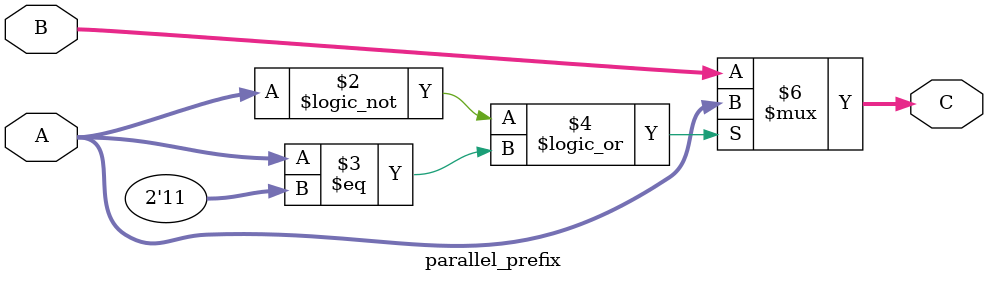
<source format=v>
`timescale 1ns / 1ps
module parallel_prefix(
    input [1:0] A,
    input [1:0] B,
    output reg [1:0] C
    );

	always@(A, B)
	begin
		if(A == 2'b00 || A == 2'b11)
			C = A;
		else
			C = B;
	end

endmodule

</source>
